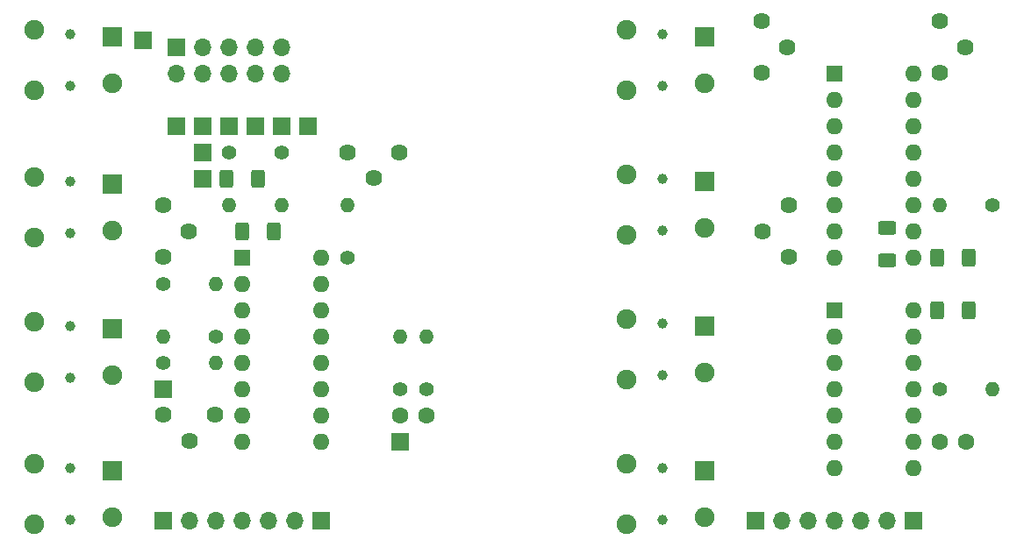
<source format=gbr>
%TF.GenerationSoftware,KiCad,Pcbnew,(6.0.5)*%
%TF.CreationDate,2023-05-16T23:55:55-04:00*%
%TF.ProjectId,as3340_no_mux,61733333-3430-45f6-9e6f-5f6d75782e6b,rev?*%
%TF.SameCoordinates,Original*%
%TF.FileFunction,Soldermask,Bot*%
%TF.FilePolarity,Negative*%
%FSLAX46Y46*%
G04 Gerber Fmt 4.6, Leading zero omitted, Abs format (unit mm)*
G04 Created by KiCad (PCBNEW (6.0.5)) date 2023-05-16 23:55:55*
%MOMM*%
%LPD*%
G01*
G04 APERTURE LIST*
G04 Aperture macros list*
%AMRoundRect*
0 Rectangle with rounded corners*
0 $1 Rounding radius*
0 $2 $3 $4 $5 $6 $7 $8 $9 X,Y pos of 4 corners*
0 Add a 4 corners polygon primitive as box body*
4,1,4,$2,$3,$4,$5,$6,$7,$8,$9,$2,$3,0*
0 Add four circle primitives for the rounded corners*
1,1,$1+$1,$2,$3*
1,1,$1+$1,$4,$5*
1,1,$1+$1,$6,$7*
1,1,$1+$1,$8,$9*
0 Add four rect primitives between the rounded corners*
20,1,$1+$1,$2,$3,$4,$5,0*
20,1,$1+$1,$4,$5,$6,$7,0*
20,1,$1+$1,$6,$7,$8,$9,0*
20,1,$1+$1,$8,$9,$2,$3,0*%
G04 Aperture macros list end*
%ADD10R,1.700000X1.700000*%
%ADD11C,1.900000*%
%ADD12R,1.900000X1.900000*%
%ADD13C,1.000000*%
%ADD14O,1.700000X1.700000*%
%ADD15C,1.400000*%
%ADD16O,1.400000X1.400000*%
%ADD17RoundRect,0.250000X-0.400000X-0.625000X0.400000X-0.625000X0.400000X0.625000X-0.400000X0.625000X0*%
%ADD18RoundRect,0.250000X0.400000X0.625000X-0.400000X0.625000X-0.400000X-0.625000X0.400000X-0.625000X0*%
%ADD19C,1.620000*%
%ADD20C,1.600000*%
%ADD21R,1.600000X1.600000*%
%ADD22O,1.600000X1.600000*%
%ADD23RoundRect,0.250000X-0.625000X0.400000X-0.625000X-0.400000X0.625000X-0.400000X0.625000X0.400000X0*%
G04 APERTURE END LIST*
D10*
%TO.C,J18*%
X53340000Y-114300000D03*
%TD*%
D11*
%TO.C,J2*%
X37100000Y-125050479D03*
X37100000Y-119250479D03*
X44600000Y-124400479D03*
D12*
X44600000Y-119900479D03*
D13*
X40600000Y-124650479D03*
X40600000Y-119650479D03*
%TD*%
D10*
%TO.C,J16*%
X50800000Y-114300000D03*
%TD*%
%TO.C,J17*%
X55880000Y-114300000D03*
%TD*%
%TO.C,J3*%
X53340000Y-116840000D03*
%TD*%
D11*
%TO.C,J1*%
X37100000Y-110850000D03*
X37100000Y-105050000D03*
X44600000Y-110200000D03*
D12*
X44600000Y-105700000D03*
D13*
X40600000Y-110450000D03*
X40600000Y-105450000D03*
%TD*%
D10*
%TO.C,J6*%
X53340000Y-119380000D03*
%TD*%
%TO.C,J9*%
X49530000Y-139700000D03*
%TD*%
%TO.C,J10*%
X72390000Y-144780000D03*
%TD*%
D14*
%TO.C,J11*%
X60960000Y-109220000D03*
X60960000Y-106680000D03*
X58420000Y-109220000D03*
X58420000Y-106680000D03*
X55880000Y-109220000D03*
X55880000Y-106680000D03*
X53340000Y-109220000D03*
X53340000Y-106680000D03*
X50800000Y-109220000D03*
D10*
X50800000Y-106680000D03*
%TD*%
D11*
%TO.C,J5*%
X37100000Y-139020479D03*
X37100000Y-133220479D03*
X44600000Y-138370479D03*
D12*
X44600000Y-133870479D03*
D13*
X40600000Y-138620479D03*
X40600000Y-133620479D03*
%TD*%
%TO.C,J4*%
X40600000Y-147360000D03*
X40600000Y-152360000D03*
D12*
X44600000Y-147610000D03*
D11*
X44600000Y-152110000D03*
X37100000Y-146960000D03*
X37100000Y-152760000D03*
%TD*%
D10*
%TO.C,J19*%
X58420000Y-114300000D03*
%TD*%
%TO.C,J20*%
X60960000Y-114300000D03*
%TD*%
%TO.C,J21*%
X63500000Y-114300000D03*
%TD*%
D15*
%TO.C,R8*%
X55880000Y-116840000D03*
D16*
X55880000Y-121920000D03*
%TD*%
%TO.C,R11*%
X72390000Y-134620000D03*
D15*
X72390000Y-139700000D03*
%TD*%
D17*
%TO.C,R20*%
X55600000Y-119380000D03*
X58700000Y-119380000D03*
%TD*%
D18*
%TO.C,R24*%
X60250000Y-124460000D03*
X57150000Y-124460000D03*
%TD*%
D16*
%TO.C,R10*%
X74930000Y-134620000D03*
D15*
X74930000Y-139700000D03*
%TD*%
D16*
%TO.C,R40*%
X54610000Y-137160000D03*
D15*
X49530000Y-137160000D03*
%TD*%
%TO.C,R17*%
X67310000Y-127000000D03*
D16*
X67310000Y-121920000D03*
%TD*%
%TO.C,R19*%
X60960000Y-121920000D03*
D15*
X60960000Y-116840000D03*
%TD*%
D16*
%TO.C,R39*%
X54610000Y-129540000D03*
D15*
X49530000Y-129540000D03*
%TD*%
%TO.C,R48*%
X54610000Y-134620000D03*
D16*
X49530000Y-134620000D03*
%TD*%
D19*
%TO.C,RV5*%
X54570000Y-142185000D03*
X52070000Y-144685000D03*
X49570000Y-142185000D03*
%TD*%
%TO.C,RV9*%
X49530000Y-121960000D03*
X52030000Y-124460000D03*
X49530000Y-126960000D03*
%TD*%
%TO.C,RV7*%
X72350000Y-116840000D03*
X69850000Y-119340000D03*
X67350000Y-116840000D03*
%TD*%
D20*
%TO.C,C1*%
X74910000Y-142240000D03*
X72410000Y-142240000D03*
%TD*%
D10*
%TO.C,J22*%
X64770000Y-152400000D03*
D14*
X62230000Y-152400000D03*
X59690000Y-152400000D03*
X57150000Y-152400000D03*
X54610000Y-152400000D03*
X52070000Y-152400000D03*
%TD*%
D10*
%TO.C,J25*%
X47625000Y-106045000D03*
%TD*%
%TO.C,J27*%
X49530000Y-152400000D03*
%TD*%
D21*
%TO.C,U2*%
X57160000Y-127015000D03*
D22*
X57160000Y-129555000D03*
X57160000Y-132095000D03*
X57160000Y-134635000D03*
X57160000Y-137175000D03*
X57160000Y-139715000D03*
X57160000Y-142255000D03*
X57160000Y-144795000D03*
X64780000Y-144795000D03*
X64780000Y-142255000D03*
X64780000Y-139715000D03*
X64780000Y-137175000D03*
X64780000Y-134635000D03*
X64780000Y-132095000D03*
X64780000Y-129555000D03*
X64780000Y-127015000D03*
%TD*%
D10*
%TO.C,J26*%
X106680000Y-152400000D03*
%TD*%
%TO.C,J23*%
X121920000Y-152400000D03*
D14*
X119380000Y-152400000D03*
X116840000Y-152400000D03*
X114300000Y-152400000D03*
X111760000Y-152400000D03*
X109220000Y-152400000D03*
%TD*%
D20*
%TO.C,D1*%
X127000000Y-144780000D03*
X124500000Y-144780000D03*
%TD*%
D22*
%TO.C,U4*%
X121930000Y-132075000D03*
X121930000Y-134615000D03*
X121930000Y-137155000D03*
X121930000Y-139695000D03*
X121930000Y-142235000D03*
X121930000Y-144775000D03*
X121930000Y-147315000D03*
X114310000Y-147315000D03*
X114310000Y-144775000D03*
X114310000Y-142235000D03*
X114310000Y-139695000D03*
X114310000Y-137155000D03*
X114310000Y-134615000D03*
D21*
X114310000Y-132075000D03*
%TD*%
%TO.C,U1*%
X114310000Y-109235000D03*
D22*
X114310000Y-111775000D03*
X114310000Y-114315000D03*
X114310000Y-116855000D03*
X114310000Y-119395000D03*
X114310000Y-121935000D03*
X114310000Y-124475000D03*
X114310000Y-127015000D03*
X121930000Y-127015000D03*
X121930000Y-124475000D03*
X121930000Y-121935000D03*
X121930000Y-119395000D03*
X121930000Y-116855000D03*
X121930000Y-114315000D03*
X121930000Y-111775000D03*
X121930000Y-109235000D03*
%TD*%
D19*
%TO.C,SineShapeTrim1*%
X109910000Y-126960000D03*
X107410000Y-124460000D03*
X109910000Y-121960000D03*
%TD*%
%TO.C,SineLevelTrim1*%
X124460000Y-104180000D03*
X126960000Y-106680000D03*
X124460000Y-109180000D03*
%TD*%
%TO.C,SineBiasTrim1*%
X107260000Y-109180000D03*
X109760000Y-106680000D03*
X107260000Y-104180000D03*
%TD*%
D17*
%TO.C,R67*%
X124180000Y-132080000D03*
X127280000Y-132080000D03*
%TD*%
D15*
%TO.C,R60*%
X124460000Y-139700000D03*
D16*
X129540000Y-139700000D03*
%TD*%
D15*
%TO.C,R37*%
X129540000Y-121920000D03*
D16*
X124460000Y-121920000D03*
%TD*%
D23*
%TO.C,R34*%
X119380000Y-124180000D03*
X119380000Y-127280000D03*
%TD*%
D17*
%TO.C,R3*%
X124180000Y-127000000D03*
X127280000Y-127000000D03*
%TD*%
D13*
%TO.C,J15*%
X97750000Y-147360000D03*
X97750000Y-152360000D03*
D12*
X101750000Y-147610000D03*
D11*
X101750000Y-152110000D03*
X94250000Y-146960000D03*
X94250000Y-152760000D03*
%TD*%
D13*
%TO.C,J14*%
X97750000Y-105450000D03*
X97750000Y-110450000D03*
D12*
X101750000Y-105700000D03*
D11*
X101750000Y-110200000D03*
X94250000Y-105050000D03*
X94250000Y-110850000D03*
%TD*%
D13*
%TO.C,J13*%
X97750000Y-119420000D03*
X97750000Y-124420000D03*
D12*
X101750000Y-119670000D03*
D11*
X101750000Y-124170000D03*
X94250000Y-119020000D03*
X94250000Y-124820000D03*
%TD*%
D13*
%TO.C,J12*%
X97750000Y-133390000D03*
X97750000Y-138390000D03*
D12*
X101750000Y-133640000D03*
D11*
X101750000Y-138140000D03*
X94250000Y-132990000D03*
X94250000Y-138790000D03*
%TD*%
M02*

</source>
